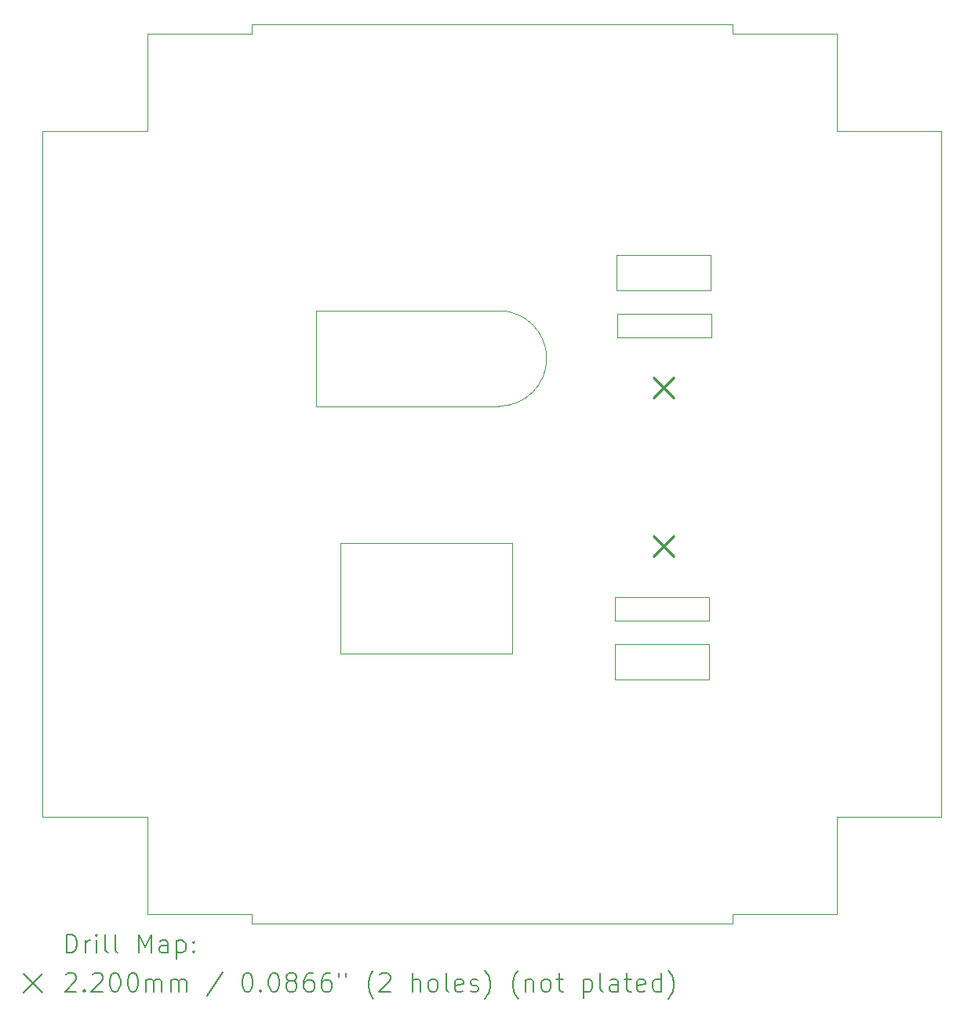
<source format=gbr>
%TF.GenerationSoftware,KiCad,Pcbnew,9.0.1*%
%TF.CreationDate,2025-04-07T03:21:56-07:00*%
%TF.ProjectId,ZPlus_Panel,5a506c75-735f-4506-916e-656c2e6b6963,2.4*%
%TF.SameCoordinates,Original*%
%TF.FileFunction,Drillmap*%
%TF.FilePolarity,Positive*%
%FSLAX45Y45*%
G04 Gerber Fmt 4.5, Leading zero omitted, Abs format (unit mm)*
G04 Created by KiCad (PCBNEW 9.0.1) date 2025-04-07 03:21:56*
%MOMM*%
%LPD*%
G01*
G04 APERTURE LIST*
%ADD10C,0.050000*%
%ADD11C,0.100000*%
%ADD12C,0.200000*%
%ADD13C,0.220000*%
G04 APERTURE END LIST*
D10*
X18570000Y-4100000D02*
X17445000Y-4100000D01*
X17445000Y-4000000D02*
X17445000Y-4100000D01*
X17445000Y-4000000D02*
X12255000Y-4000000D01*
X18570000Y-13600000D02*
X18570000Y-12550000D01*
X12255000Y-4100000D02*
X11130000Y-4100000D01*
X11130000Y-5150000D02*
X10000000Y-5150000D01*
X16198703Y-7121720D02*
X16198703Y-7375720D01*
X18570000Y-5150000D02*
X18570000Y-4100000D01*
X17194704Y-10173720D02*
X17194704Y-10427720D01*
X17194704Y-10427720D02*
X16178703Y-10427720D01*
X17194200Y-10681720D02*
X16178200Y-10681720D01*
X17214200Y-6867720D02*
X17214200Y-6486720D01*
X16198200Y-6486720D02*
X16198200Y-6867720D01*
X16178703Y-10173720D02*
X17194704Y-10173720D01*
X19700000Y-12550000D02*
X18570000Y-12550000D01*
X11130000Y-12550000D02*
X10000000Y-12550000D01*
X17214704Y-7375720D02*
X17214704Y-7121720D01*
X11130000Y-5150000D02*
X11130000Y-4100000D01*
X16178200Y-11062720D02*
X17194200Y-11062720D01*
X17214200Y-6486720D02*
X16198200Y-6486720D01*
X12255000Y-13700000D02*
X12255000Y-13600000D01*
X10000000Y-5150000D02*
X10000000Y-12550000D01*
X12255000Y-13600000D02*
X11130000Y-13600000D01*
X18570000Y-13600000D02*
X17445000Y-13600000D01*
X16178200Y-10681720D02*
X16178200Y-11062720D01*
X17445000Y-13700000D02*
X12255000Y-13700000D01*
X19700000Y-12550000D02*
X19700000Y-5150000D01*
X16178703Y-10427720D02*
X16178703Y-10173720D01*
X19700000Y-5150000D02*
X18570000Y-5150000D01*
X12255000Y-4100000D02*
X12255000Y-4000000D01*
X17214704Y-7121720D02*
X16198703Y-7121720D01*
X16198200Y-6867720D02*
X17214200Y-6867720D01*
X17445000Y-13600000D02*
X17445000Y-13700000D01*
X16198703Y-7375720D02*
X17214704Y-7375720D01*
X11130000Y-13600000D02*
X11130000Y-12550000D01*
X17194200Y-11062720D02*
X17194200Y-10681720D01*
D11*
X13213800Y-9594320D02*
X15066300Y-9594320D01*
X15066300Y-10784320D01*
X13213800Y-10784320D01*
X13213800Y-9594320D01*
X12947550Y-7086820D02*
X12947550Y-8116820D01*
X12947550Y-7086820D02*
X14925050Y-7086820D01*
X12947550Y-8116820D02*
X14925050Y-8116820D01*
X14925050Y-7086820D02*
G75*
G02*
X14925050Y-8116820I205J-515000D01*
G01*
D12*
D13*
X16590800Y-7809320D02*
X16810800Y-8029320D01*
X16810800Y-7809320D02*
X16590800Y-8029320D01*
X16590800Y-9517320D02*
X16810800Y-9737320D01*
X16810800Y-9517320D02*
X16590800Y-9737320D01*
D12*
X10258277Y-14013984D02*
X10258277Y-13813984D01*
X10258277Y-13813984D02*
X10305896Y-13813984D01*
X10305896Y-13813984D02*
X10334467Y-13823508D01*
X10334467Y-13823508D02*
X10353515Y-13842555D01*
X10353515Y-13842555D02*
X10363039Y-13861603D01*
X10363039Y-13861603D02*
X10372563Y-13899698D01*
X10372563Y-13899698D02*
X10372563Y-13928269D01*
X10372563Y-13928269D02*
X10363039Y-13966365D01*
X10363039Y-13966365D02*
X10353515Y-13985412D01*
X10353515Y-13985412D02*
X10334467Y-14004460D01*
X10334467Y-14004460D02*
X10305896Y-14013984D01*
X10305896Y-14013984D02*
X10258277Y-14013984D01*
X10458277Y-14013984D02*
X10458277Y-13880650D01*
X10458277Y-13918746D02*
X10467801Y-13899698D01*
X10467801Y-13899698D02*
X10477324Y-13890174D01*
X10477324Y-13890174D02*
X10496372Y-13880650D01*
X10496372Y-13880650D02*
X10515420Y-13880650D01*
X10582086Y-14013984D02*
X10582086Y-13880650D01*
X10582086Y-13813984D02*
X10572563Y-13823508D01*
X10572563Y-13823508D02*
X10582086Y-13833031D01*
X10582086Y-13833031D02*
X10591610Y-13823508D01*
X10591610Y-13823508D02*
X10582086Y-13813984D01*
X10582086Y-13813984D02*
X10582086Y-13833031D01*
X10705896Y-14013984D02*
X10686848Y-14004460D01*
X10686848Y-14004460D02*
X10677324Y-13985412D01*
X10677324Y-13985412D02*
X10677324Y-13813984D01*
X10810658Y-14013984D02*
X10791610Y-14004460D01*
X10791610Y-14004460D02*
X10782086Y-13985412D01*
X10782086Y-13985412D02*
X10782086Y-13813984D01*
X11039229Y-14013984D02*
X11039229Y-13813984D01*
X11039229Y-13813984D02*
X11105896Y-13956841D01*
X11105896Y-13956841D02*
X11172563Y-13813984D01*
X11172563Y-13813984D02*
X11172563Y-14013984D01*
X11353515Y-14013984D02*
X11353515Y-13909222D01*
X11353515Y-13909222D02*
X11343991Y-13890174D01*
X11343991Y-13890174D02*
X11324943Y-13880650D01*
X11324943Y-13880650D02*
X11286848Y-13880650D01*
X11286848Y-13880650D02*
X11267801Y-13890174D01*
X11353515Y-14004460D02*
X11334467Y-14013984D01*
X11334467Y-14013984D02*
X11286848Y-14013984D01*
X11286848Y-14013984D02*
X11267801Y-14004460D01*
X11267801Y-14004460D02*
X11258277Y-13985412D01*
X11258277Y-13985412D02*
X11258277Y-13966365D01*
X11258277Y-13966365D02*
X11267801Y-13947317D01*
X11267801Y-13947317D02*
X11286848Y-13937793D01*
X11286848Y-13937793D02*
X11334467Y-13937793D01*
X11334467Y-13937793D02*
X11353515Y-13928269D01*
X11448753Y-13880650D02*
X11448753Y-14080650D01*
X11448753Y-13890174D02*
X11467801Y-13880650D01*
X11467801Y-13880650D02*
X11505896Y-13880650D01*
X11505896Y-13880650D02*
X11524943Y-13890174D01*
X11524943Y-13890174D02*
X11534467Y-13899698D01*
X11534467Y-13899698D02*
X11543991Y-13918746D01*
X11543991Y-13918746D02*
X11543991Y-13975888D01*
X11543991Y-13975888D02*
X11534467Y-13994936D01*
X11534467Y-13994936D02*
X11524943Y-14004460D01*
X11524943Y-14004460D02*
X11505896Y-14013984D01*
X11505896Y-14013984D02*
X11467801Y-14013984D01*
X11467801Y-14013984D02*
X11448753Y-14004460D01*
X11629705Y-13994936D02*
X11639229Y-14004460D01*
X11639229Y-14004460D02*
X11629705Y-14013984D01*
X11629705Y-14013984D02*
X11620182Y-14004460D01*
X11620182Y-14004460D02*
X11629705Y-13994936D01*
X11629705Y-13994936D02*
X11629705Y-14013984D01*
X11629705Y-13890174D02*
X11639229Y-13899698D01*
X11639229Y-13899698D02*
X11629705Y-13909222D01*
X11629705Y-13909222D02*
X11620182Y-13899698D01*
X11620182Y-13899698D02*
X11629705Y-13890174D01*
X11629705Y-13890174D02*
X11629705Y-13909222D01*
X9797500Y-14242500D02*
X9997500Y-14442500D01*
X9997500Y-14242500D02*
X9797500Y-14442500D01*
X10248753Y-14253031D02*
X10258277Y-14243508D01*
X10258277Y-14243508D02*
X10277324Y-14233984D01*
X10277324Y-14233984D02*
X10324944Y-14233984D01*
X10324944Y-14233984D02*
X10343991Y-14243508D01*
X10343991Y-14243508D02*
X10353515Y-14253031D01*
X10353515Y-14253031D02*
X10363039Y-14272079D01*
X10363039Y-14272079D02*
X10363039Y-14291127D01*
X10363039Y-14291127D02*
X10353515Y-14319698D01*
X10353515Y-14319698D02*
X10239229Y-14433984D01*
X10239229Y-14433984D02*
X10363039Y-14433984D01*
X10448753Y-14414936D02*
X10458277Y-14424460D01*
X10458277Y-14424460D02*
X10448753Y-14433984D01*
X10448753Y-14433984D02*
X10439229Y-14424460D01*
X10439229Y-14424460D02*
X10448753Y-14414936D01*
X10448753Y-14414936D02*
X10448753Y-14433984D01*
X10534467Y-14253031D02*
X10543991Y-14243508D01*
X10543991Y-14243508D02*
X10563039Y-14233984D01*
X10563039Y-14233984D02*
X10610658Y-14233984D01*
X10610658Y-14233984D02*
X10629705Y-14243508D01*
X10629705Y-14243508D02*
X10639229Y-14253031D01*
X10639229Y-14253031D02*
X10648753Y-14272079D01*
X10648753Y-14272079D02*
X10648753Y-14291127D01*
X10648753Y-14291127D02*
X10639229Y-14319698D01*
X10639229Y-14319698D02*
X10524944Y-14433984D01*
X10524944Y-14433984D02*
X10648753Y-14433984D01*
X10772563Y-14233984D02*
X10791610Y-14233984D01*
X10791610Y-14233984D02*
X10810658Y-14243508D01*
X10810658Y-14243508D02*
X10820182Y-14253031D01*
X10820182Y-14253031D02*
X10829705Y-14272079D01*
X10829705Y-14272079D02*
X10839229Y-14310174D01*
X10839229Y-14310174D02*
X10839229Y-14357793D01*
X10839229Y-14357793D02*
X10829705Y-14395888D01*
X10829705Y-14395888D02*
X10820182Y-14414936D01*
X10820182Y-14414936D02*
X10810658Y-14424460D01*
X10810658Y-14424460D02*
X10791610Y-14433984D01*
X10791610Y-14433984D02*
X10772563Y-14433984D01*
X10772563Y-14433984D02*
X10753515Y-14424460D01*
X10753515Y-14424460D02*
X10743991Y-14414936D01*
X10743991Y-14414936D02*
X10734467Y-14395888D01*
X10734467Y-14395888D02*
X10724944Y-14357793D01*
X10724944Y-14357793D02*
X10724944Y-14310174D01*
X10724944Y-14310174D02*
X10734467Y-14272079D01*
X10734467Y-14272079D02*
X10743991Y-14253031D01*
X10743991Y-14253031D02*
X10753515Y-14243508D01*
X10753515Y-14243508D02*
X10772563Y-14233984D01*
X10963039Y-14233984D02*
X10982086Y-14233984D01*
X10982086Y-14233984D02*
X11001134Y-14243508D01*
X11001134Y-14243508D02*
X11010658Y-14253031D01*
X11010658Y-14253031D02*
X11020182Y-14272079D01*
X11020182Y-14272079D02*
X11029705Y-14310174D01*
X11029705Y-14310174D02*
X11029705Y-14357793D01*
X11029705Y-14357793D02*
X11020182Y-14395888D01*
X11020182Y-14395888D02*
X11010658Y-14414936D01*
X11010658Y-14414936D02*
X11001134Y-14424460D01*
X11001134Y-14424460D02*
X10982086Y-14433984D01*
X10982086Y-14433984D02*
X10963039Y-14433984D01*
X10963039Y-14433984D02*
X10943991Y-14424460D01*
X10943991Y-14424460D02*
X10934467Y-14414936D01*
X10934467Y-14414936D02*
X10924944Y-14395888D01*
X10924944Y-14395888D02*
X10915420Y-14357793D01*
X10915420Y-14357793D02*
X10915420Y-14310174D01*
X10915420Y-14310174D02*
X10924944Y-14272079D01*
X10924944Y-14272079D02*
X10934467Y-14253031D01*
X10934467Y-14253031D02*
X10943991Y-14243508D01*
X10943991Y-14243508D02*
X10963039Y-14233984D01*
X11115420Y-14433984D02*
X11115420Y-14300650D01*
X11115420Y-14319698D02*
X11124944Y-14310174D01*
X11124944Y-14310174D02*
X11143991Y-14300650D01*
X11143991Y-14300650D02*
X11172563Y-14300650D01*
X11172563Y-14300650D02*
X11191610Y-14310174D01*
X11191610Y-14310174D02*
X11201134Y-14329222D01*
X11201134Y-14329222D02*
X11201134Y-14433984D01*
X11201134Y-14329222D02*
X11210658Y-14310174D01*
X11210658Y-14310174D02*
X11229705Y-14300650D01*
X11229705Y-14300650D02*
X11258277Y-14300650D01*
X11258277Y-14300650D02*
X11277324Y-14310174D01*
X11277324Y-14310174D02*
X11286848Y-14329222D01*
X11286848Y-14329222D02*
X11286848Y-14433984D01*
X11382086Y-14433984D02*
X11382086Y-14300650D01*
X11382086Y-14319698D02*
X11391610Y-14310174D01*
X11391610Y-14310174D02*
X11410658Y-14300650D01*
X11410658Y-14300650D02*
X11439229Y-14300650D01*
X11439229Y-14300650D02*
X11458277Y-14310174D01*
X11458277Y-14310174D02*
X11467801Y-14329222D01*
X11467801Y-14329222D02*
X11467801Y-14433984D01*
X11467801Y-14329222D02*
X11477324Y-14310174D01*
X11477324Y-14310174D02*
X11496372Y-14300650D01*
X11496372Y-14300650D02*
X11524943Y-14300650D01*
X11524943Y-14300650D02*
X11543991Y-14310174D01*
X11543991Y-14310174D02*
X11553515Y-14329222D01*
X11553515Y-14329222D02*
X11553515Y-14433984D01*
X11943991Y-14224460D02*
X11772563Y-14481603D01*
X12201134Y-14233984D02*
X12220182Y-14233984D01*
X12220182Y-14233984D02*
X12239229Y-14243508D01*
X12239229Y-14243508D02*
X12248753Y-14253031D01*
X12248753Y-14253031D02*
X12258277Y-14272079D01*
X12258277Y-14272079D02*
X12267801Y-14310174D01*
X12267801Y-14310174D02*
X12267801Y-14357793D01*
X12267801Y-14357793D02*
X12258277Y-14395888D01*
X12258277Y-14395888D02*
X12248753Y-14414936D01*
X12248753Y-14414936D02*
X12239229Y-14424460D01*
X12239229Y-14424460D02*
X12220182Y-14433984D01*
X12220182Y-14433984D02*
X12201134Y-14433984D01*
X12201134Y-14433984D02*
X12182086Y-14424460D01*
X12182086Y-14424460D02*
X12172563Y-14414936D01*
X12172563Y-14414936D02*
X12163039Y-14395888D01*
X12163039Y-14395888D02*
X12153515Y-14357793D01*
X12153515Y-14357793D02*
X12153515Y-14310174D01*
X12153515Y-14310174D02*
X12163039Y-14272079D01*
X12163039Y-14272079D02*
X12172563Y-14253031D01*
X12172563Y-14253031D02*
X12182086Y-14243508D01*
X12182086Y-14243508D02*
X12201134Y-14233984D01*
X12353515Y-14414936D02*
X12363039Y-14424460D01*
X12363039Y-14424460D02*
X12353515Y-14433984D01*
X12353515Y-14433984D02*
X12343991Y-14424460D01*
X12343991Y-14424460D02*
X12353515Y-14414936D01*
X12353515Y-14414936D02*
X12353515Y-14433984D01*
X12486848Y-14233984D02*
X12505896Y-14233984D01*
X12505896Y-14233984D02*
X12524944Y-14243508D01*
X12524944Y-14243508D02*
X12534467Y-14253031D01*
X12534467Y-14253031D02*
X12543991Y-14272079D01*
X12543991Y-14272079D02*
X12553515Y-14310174D01*
X12553515Y-14310174D02*
X12553515Y-14357793D01*
X12553515Y-14357793D02*
X12543991Y-14395888D01*
X12543991Y-14395888D02*
X12534467Y-14414936D01*
X12534467Y-14414936D02*
X12524944Y-14424460D01*
X12524944Y-14424460D02*
X12505896Y-14433984D01*
X12505896Y-14433984D02*
X12486848Y-14433984D01*
X12486848Y-14433984D02*
X12467801Y-14424460D01*
X12467801Y-14424460D02*
X12458277Y-14414936D01*
X12458277Y-14414936D02*
X12448753Y-14395888D01*
X12448753Y-14395888D02*
X12439229Y-14357793D01*
X12439229Y-14357793D02*
X12439229Y-14310174D01*
X12439229Y-14310174D02*
X12448753Y-14272079D01*
X12448753Y-14272079D02*
X12458277Y-14253031D01*
X12458277Y-14253031D02*
X12467801Y-14243508D01*
X12467801Y-14243508D02*
X12486848Y-14233984D01*
X12667801Y-14319698D02*
X12648753Y-14310174D01*
X12648753Y-14310174D02*
X12639229Y-14300650D01*
X12639229Y-14300650D02*
X12629706Y-14281603D01*
X12629706Y-14281603D02*
X12629706Y-14272079D01*
X12629706Y-14272079D02*
X12639229Y-14253031D01*
X12639229Y-14253031D02*
X12648753Y-14243508D01*
X12648753Y-14243508D02*
X12667801Y-14233984D01*
X12667801Y-14233984D02*
X12705896Y-14233984D01*
X12705896Y-14233984D02*
X12724944Y-14243508D01*
X12724944Y-14243508D02*
X12734467Y-14253031D01*
X12734467Y-14253031D02*
X12743991Y-14272079D01*
X12743991Y-14272079D02*
X12743991Y-14281603D01*
X12743991Y-14281603D02*
X12734467Y-14300650D01*
X12734467Y-14300650D02*
X12724944Y-14310174D01*
X12724944Y-14310174D02*
X12705896Y-14319698D01*
X12705896Y-14319698D02*
X12667801Y-14319698D01*
X12667801Y-14319698D02*
X12648753Y-14329222D01*
X12648753Y-14329222D02*
X12639229Y-14338746D01*
X12639229Y-14338746D02*
X12629706Y-14357793D01*
X12629706Y-14357793D02*
X12629706Y-14395888D01*
X12629706Y-14395888D02*
X12639229Y-14414936D01*
X12639229Y-14414936D02*
X12648753Y-14424460D01*
X12648753Y-14424460D02*
X12667801Y-14433984D01*
X12667801Y-14433984D02*
X12705896Y-14433984D01*
X12705896Y-14433984D02*
X12724944Y-14424460D01*
X12724944Y-14424460D02*
X12734467Y-14414936D01*
X12734467Y-14414936D02*
X12743991Y-14395888D01*
X12743991Y-14395888D02*
X12743991Y-14357793D01*
X12743991Y-14357793D02*
X12734467Y-14338746D01*
X12734467Y-14338746D02*
X12724944Y-14329222D01*
X12724944Y-14329222D02*
X12705896Y-14319698D01*
X12915420Y-14233984D02*
X12877325Y-14233984D01*
X12877325Y-14233984D02*
X12858277Y-14243508D01*
X12858277Y-14243508D02*
X12848753Y-14253031D01*
X12848753Y-14253031D02*
X12829706Y-14281603D01*
X12829706Y-14281603D02*
X12820182Y-14319698D01*
X12820182Y-14319698D02*
X12820182Y-14395888D01*
X12820182Y-14395888D02*
X12829706Y-14414936D01*
X12829706Y-14414936D02*
X12839229Y-14424460D01*
X12839229Y-14424460D02*
X12858277Y-14433984D01*
X12858277Y-14433984D02*
X12896372Y-14433984D01*
X12896372Y-14433984D02*
X12915420Y-14424460D01*
X12915420Y-14424460D02*
X12924944Y-14414936D01*
X12924944Y-14414936D02*
X12934467Y-14395888D01*
X12934467Y-14395888D02*
X12934467Y-14348269D01*
X12934467Y-14348269D02*
X12924944Y-14329222D01*
X12924944Y-14329222D02*
X12915420Y-14319698D01*
X12915420Y-14319698D02*
X12896372Y-14310174D01*
X12896372Y-14310174D02*
X12858277Y-14310174D01*
X12858277Y-14310174D02*
X12839229Y-14319698D01*
X12839229Y-14319698D02*
X12829706Y-14329222D01*
X12829706Y-14329222D02*
X12820182Y-14348269D01*
X13105896Y-14233984D02*
X13067801Y-14233984D01*
X13067801Y-14233984D02*
X13048753Y-14243508D01*
X13048753Y-14243508D02*
X13039229Y-14253031D01*
X13039229Y-14253031D02*
X13020182Y-14281603D01*
X13020182Y-14281603D02*
X13010658Y-14319698D01*
X13010658Y-14319698D02*
X13010658Y-14395888D01*
X13010658Y-14395888D02*
X13020182Y-14414936D01*
X13020182Y-14414936D02*
X13029706Y-14424460D01*
X13029706Y-14424460D02*
X13048753Y-14433984D01*
X13048753Y-14433984D02*
X13086848Y-14433984D01*
X13086848Y-14433984D02*
X13105896Y-14424460D01*
X13105896Y-14424460D02*
X13115420Y-14414936D01*
X13115420Y-14414936D02*
X13124944Y-14395888D01*
X13124944Y-14395888D02*
X13124944Y-14348269D01*
X13124944Y-14348269D02*
X13115420Y-14329222D01*
X13115420Y-14329222D02*
X13105896Y-14319698D01*
X13105896Y-14319698D02*
X13086848Y-14310174D01*
X13086848Y-14310174D02*
X13048753Y-14310174D01*
X13048753Y-14310174D02*
X13029706Y-14319698D01*
X13029706Y-14319698D02*
X13020182Y-14329222D01*
X13020182Y-14329222D02*
X13010658Y-14348269D01*
X13201134Y-14233984D02*
X13201134Y-14272079D01*
X13277325Y-14233984D02*
X13277325Y-14272079D01*
X13572563Y-14510174D02*
X13563039Y-14500650D01*
X13563039Y-14500650D02*
X13543991Y-14472079D01*
X13543991Y-14472079D02*
X13534468Y-14453031D01*
X13534468Y-14453031D02*
X13524944Y-14424460D01*
X13524944Y-14424460D02*
X13515420Y-14376841D01*
X13515420Y-14376841D02*
X13515420Y-14338746D01*
X13515420Y-14338746D02*
X13524944Y-14291127D01*
X13524944Y-14291127D02*
X13534468Y-14262555D01*
X13534468Y-14262555D02*
X13543991Y-14243508D01*
X13543991Y-14243508D02*
X13563039Y-14214936D01*
X13563039Y-14214936D02*
X13572563Y-14205412D01*
X13639229Y-14253031D02*
X13648753Y-14243508D01*
X13648753Y-14243508D02*
X13667801Y-14233984D01*
X13667801Y-14233984D02*
X13715420Y-14233984D01*
X13715420Y-14233984D02*
X13734468Y-14243508D01*
X13734468Y-14243508D02*
X13743991Y-14253031D01*
X13743991Y-14253031D02*
X13753515Y-14272079D01*
X13753515Y-14272079D02*
X13753515Y-14291127D01*
X13753515Y-14291127D02*
X13743991Y-14319698D01*
X13743991Y-14319698D02*
X13629706Y-14433984D01*
X13629706Y-14433984D02*
X13753515Y-14433984D01*
X13991610Y-14433984D02*
X13991610Y-14233984D01*
X14077325Y-14433984D02*
X14077325Y-14329222D01*
X14077325Y-14329222D02*
X14067801Y-14310174D01*
X14067801Y-14310174D02*
X14048753Y-14300650D01*
X14048753Y-14300650D02*
X14020182Y-14300650D01*
X14020182Y-14300650D02*
X14001134Y-14310174D01*
X14001134Y-14310174D02*
X13991610Y-14319698D01*
X14201134Y-14433984D02*
X14182087Y-14424460D01*
X14182087Y-14424460D02*
X14172563Y-14414936D01*
X14172563Y-14414936D02*
X14163039Y-14395888D01*
X14163039Y-14395888D02*
X14163039Y-14338746D01*
X14163039Y-14338746D02*
X14172563Y-14319698D01*
X14172563Y-14319698D02*
X14182087Y-14310174D01*
X14182087Y-14310174D02*
X14201134Y-14300650D01*
X14201134Y-14300650D02*
X14229706Y-14300650D01*
X14229706Y-14300650D02*
X14248753Y-14310174D01*
X14248753Y-14310174D02*
X14258277Y-14319698D01*
X14258277Y-14319698D02*
X14267801Y-14338746D01*
X14267801Y-14338746D02*
X14267801Y-14395888D01*
X14267801Y-14395888D02*
X14258277Y-14414936D01*
X14258277Y-14414936D02*
X14248753Y-14424460D01*
X14248753Y-14424460D02*
X14229706Y-14433984D01*
X14229706Y-14433984D02*
X14201134Y-14433984D01*
X14382087Y-14433984D02*
X14363039Y-14424460D01*
X14363039Y-14424460D02*
X14353515Y-14405412D01*
X14353515Y-14405412D02*
X14353515Y-14233984D01*
X14534468Y-14424460D02*
X14515420Y-14433984D01*
X14515420Y-14433984D02*
X14477325Y-14433984D01*
X14477325Y-14433984D02*
X14458277Y-14424460D01*
X14458277Y-14424460D02*
X14448753Y-14405412D01*
X14448753Y-14405412D02*
X14448753Y-14329222D01*
X14448753Y-14329222D02*
X14458277Y-14310174D01*
X14458277Y-14310174D02*
X14477325Y-14300650D01*
X14477325Y-14300650D02*
X14515420Y-14300650D01*
X14515420Y-14300650D02*
X14534468Y-14310174D01*
X14534468Y-14310174D02*
X14543991Y-14329222D01*
X14543991Y-14329222D02*
X14543991Y-14348269D01*
X14543991Y-14348269D02*
X14448753Y-14367317D01*
X14620182Y-14424460D02*
X14639230Y-14433984D01*
X14639230Y-14433984D02*
X14677325Y-14433984D01*
X14677325Y-14433984D02*
X14696372Y-14424460D01*
X14696372Y-14424460D02*
X14705896Y-14405412D01*
X14705896Y-14405412D02*
X14705896Y-14395888D01*
X14705896Y-14395888D02*
X14696372Y-14376841D01*
X14696372Y-14376841D02*
X14677325Y-14367317D01*
X14677325Y-14367317D02*
X14648753Y-14367317D01*
X14648753Y-14367317D02*
X14629706Y-14357793D01*
X14629706Y-14357793D02*
X14620182Y-14338746D01*
X14620182Y-14338746D02*
X14620182Y-14329222D01*
X14620182Y-14329222D02*
X14629706Y-14310174D01*
X14629706Y-14310174D02*
X14648753Y-14300650D01*
X14648753Y-14300650D02*
X14677325Y-14300650D01*
X14677325Y-14300650D02*
X14696372Y-14310174D01*
X14772563Y-14510174D02*
X14782087Y-14500650D01*
X14782087Y-14500650D02*
X14801134Y-14472079D01*
X14801134Y-14472079D02*
X14810658Y-14453031D01*
X14810658Y-14453031D02*
X14820182Y-14424460D01*
X14820182Y-14424460D02*
X14829706Y-14376841D01*
X14829706Y-14376841D02*
X14829706Y-14338746D01*
X14829706Y-14338746D02*
X14820182Y-14291127D01*
X14820182Y-14291127D02*
X14810658Y-14262555D01*
X14810658Y-14262555D02*
X14801134Y-14243508D01*
X14801134Y-14243508D02*
X14782087Y-14214936D01*
X14782087Y-14214936D02*
X14772563Y-14205412D01*
X15134468Y-14510174D02*
X15124944Y-14500650D01*
X15124944Y-14500650D02*
X15105896Y-14472079D01*
X15105896Y-14472079D02*
X15096372Y-14453031D01*
X15096372Y-14453031D02*
X15086849Y-14424460D01*
X15086849Y-14424460D02*
X15077325Y-14376841D01*
X15077325Y-14376841D02*
X15077325Y-14338746D01*
X15077325Y-14338746D02*
X15086849Y-14291127D01*
X15086849Y-14291127D02*
X15096372Y-14262555D01*
X15096372Y-14262555D02*
X15105896Y-14243508D01*
X15105896Y-14243508D02*
X15124944Y-14214936D01*
X15124944Y-14214936D02*
X15134468Y-14205412D01*
X15210658Y-14300650D02*
X15210658Y-14433984D01*
X15210658Y-14319698D02*
X15220182Y-14310174D01*
X15220182Y-14310174D02*
X15239230Y-14300650D01*
X15239230Y-14300650D02*
X15267801Y-14300650D01*
X15267801Y-14300650D02*
X15286849Y-14310174D01*
X15286849Y-14310174D02*
X15296372Y-14329222D01*
X15296372Y-14329222D02*
X15296372Y-14433984D01*
X15420182Y-14433984D02*
X15401134Y-14424460D01*
X15401134Y-14424460D02*
X15391611Y-14414936D01*
X15391611Y-14414936D02*
X15382087Y-14395888D01*
X15382087Y-14395888D02*
X15382087Y-14338746D01*
X15382087Y-14338746D02*
X15391611Y-14319698D01*
X15391611Y-14319698D02*
X15401134Y-14310174D01*
X15401134Y-14310174D02*
X15420182Y-14300650D01*
X15420182Y-14300650D02*
X15448753Y-14300650D01*
X15448753Y-14300650D02*
X15467801Y-14310174D01*
X15467801Y-14310174D02*
X15477325Y-14319698D01*
X15477325Y-14319698D02*
X15486849Y-14338746D01*
X15486849Y-14338746D02*
X15486849Y-14395888D01*
X15486849Y-14395888D02*
X15477325Y-14414936D01*
X15477325Y-14414936D02*
X15467801Y-14424460D01*
X15467801Y-14424460D02*
X15448753Y-14433984D01*
X15448753Y-14433984D02*
X15420182Y-14433984D01*
X15543992Y-14300650D02*
X15620182Y-14300650D01*
X15572563Y-14233984D02*
X15572563Y-14405412D01*
X15572563Y-14405412D02*
X15582087Y-14424460D01*
X15582087Y-14424460D02*
X15601134Y-14433984D01*
X15601134Y-14433984D02*
X15620182Y-14433984D01*
X15839230Y-14300650D02*
X15839230Y-14500650D01*
X15839230Y-14310174D02*
X15858277Y-14300650D01*
X15858277Y-14300650D02*
X15896373Y-14300650D01*
X15896373Y-14300650D02*
X15915420Y-14310174D01*
X15915420Y-14310174D02*
X15924944Y-14319698D01*
X15924944Y-14319698D02*
X15934468Y-14338746D01*
X15934468Y-14338746D02*
X15934468Y-14395888D01*
X15934468Y-14395888D02*
X15924944Y-14414936D01*
X15924944Y-14414936D02*
X15915420Y-14424460D01*
X15915420Y-14424460D02*
X15896373Y-14433984D01*
X15896373Y-14433984D02*
X15858277Y-14433984D01*
X15858277Y-14433984D02*
X15839230Y-14424460D01*
X16048753Y-14433984D02*
X16029706Y-14424460D01*
X16029706Y-14424460D02*
X16020182Y-14405412D01*
X16020182Y-14405412D02*
X16020182Y-14233984D01*
X16210658Y-14433984D02*
X16210658Y-14329222D01*
X16210658Y-14329222D02*
X16201134Y-14310174D01*
X16201134Y-14310174D02*
X16182087Y-14300650D01*
X16182087Y-14300650D02*
X16143992Y-14300650D01*
X16143992Y-14300650D02*
X16124944Y-14310174D01*
X16210658Y-14424460D02*
X16191611Y-14433984D01*
X16191611Y-14433984D02*
X16143992Y-14433984D01*
X16143992Y-14433984D02*
X16124944Y-14424460D01*
X16124944Y-14424460D02*
X16115420Y-14405412D01*
X16115420Y-14405412D02*
X16115420Y-14386365D01*
X16115420Y-14386365D02*
X16124944Y-14367317D01*
X16124944Y-14367317D02*
X16143992Y-14357793D01*
X16143992Y-14357793D02*
X16191611Y-14357793D01*
X16191611Y-14357793D02*
X16210658Y-14348269D01*
X16277325Y-14300650D02*
X16353515Y-14300650D01*
X16305896Y-14233984D02*
X16305896Y-14405412D01*
X16305896Y-14405412D02*
X16315420Y-14424460D01*
X16315420Y-14424460D02*
X16334468Y-14433984D01*
X16334468Y-14433984D02*
X16353515Y-14433984D01*
X16496373Y-14424460D02*
X16477325Y-14433984D01*
X16477325Y-14433984D02*
X16439230Y-14433984D01*
X16439230Y-14433984D02*
X16420182Y-14424460D01*
X16420182Y-14424460D02*
X16410658Y-14405412D01*
X16410658Y-14405412D02*
X16410658Y-14329222D01*
X16410658Y-14329222D02*
X16420182Y-14310174D01*
X16420182Y-14310174D02*
X16439230Y-14300650D01*
X16439230Y-14300650D02*
X16477325Y-14300650D01*
X16477325Y-14300650D02*
X16496373Y-14310174D01*
X16496373Y-14310174D02*
X16505896Y-14329222D01*
X16505896Y-14329222D02*
X16505896Y-14348269D01*
X16505896Y-14348269D02*
X16410658Y-14367317D01*
X16677325Y-14433984D02*
X16677325Y-14233984D01*
X16677325Y-14424460D02*
X16658277Y-14433984D01*
X16658277Y-14433984D02*
X16620182Y-14433984D01*
X16620182Y-14433984D02*
X16601134Y-14424460D01*
X16601134Y-14424460D02*
X16591611Y-14414936D01*
X16591611Y-14414936D02*
X16582087Y-14395888D01*
X16582087Y-14395888D02*
X16582087Y-14338746D01*
X16582087Y-14338746D02*
X16591611Y-14319698D01*
X16591611Y-14319698D02*
X16601134Y-14310174D01*
X16601134Y-14310174D02*
X16620182Y-14300650D01*
X16620182Y-14300650D02*
X16658277Y-14300650D01*
X16658277Y-14300650D02*
X16677325Y-14310174D01*
X16753515Y-14510174D02*
X16763039Y-14500650D01*
X16763039Y-14500650D02*
X16782087Y-14472079D01*
X16782087Y-14472079D02*
X16791611Y-14453031D01*
X16791611Y-14453031D02*
X16801135Y-14424460D01*
X16801135Y-14424460D02*
X16810658Y-14376841D01*
X16810658Y-14376841D02*
X16810658Y-14338746D01*
X16810658Y-14338746D02*
X16801135Y-14291127D01*
X16801135Y-14291127D02*
X16791611Y-14262555D01*
X16791611Y-14262555D02*
X16782087Y-14243508D01*
X16782087Y-14243508D02*
X16763039Y-14214936D01*
X16763039Y-14214936D02*
X16753515Y-14205412D01*
M02*

</source>
